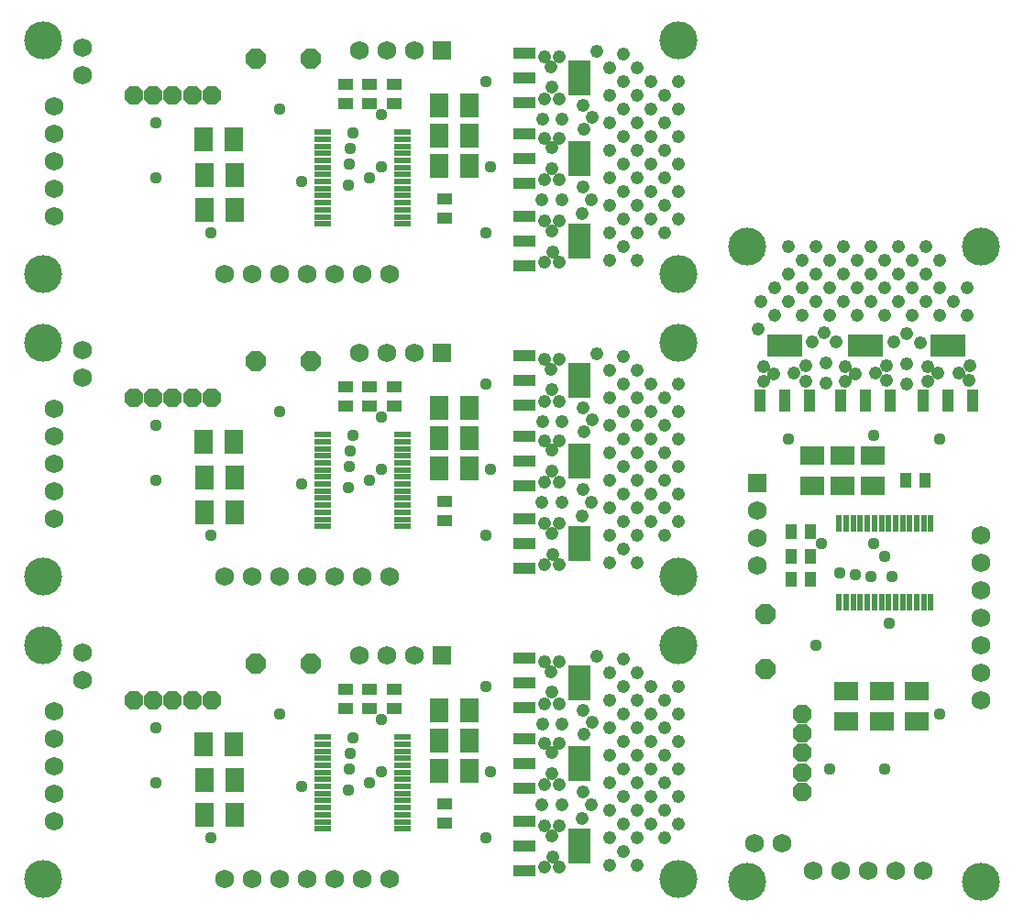
<source format=gts>
G75*
G70*
%OFA0B0*%
%FSLAX24Y24*%
%IPPOS*%
%LPD*%
%AMOC8*
5,1,8,0,0,1.08239X$1,22.5*
%
%ADD10R,0.0789X0.0395*%
%ADD11R,0.0808X0.1261*%
%ADD12R,0.0710X0.0867*%
%ADD13OC8,0.0710*%
%ADD14R,0.0552X0.0395*%
%ADD15C,0.0680*%
%ADD16R,0.0680X0.0680*%
%ADD17C,0.1380*%
%ADD18R,0.0630X0.0217*%
%ADD19OC8,0.0674*%
%ADD20R,0.0395X0.0789*%
%ADD21R,0.1261X0.0808*%
%ADD22R,0.0867X0.0710*%
%ADD23R,0.0395X0.0552*%
%ADD24R,0.0217X0.0630*%
%ADD25C,0.0440*%
%ADD26C,0.0437*%
%ADD27C,0.0476*%
D10*
X018729Y001627D03*
X018733Y002533D03*
X018729Y003438D03*
X018729Y004627D03*
X018733Y005533D03*
X018729Y006438D03*
X018729Y007577D03*
X018733Y008483D03*
X018729Y009388D03*
X018729Y012627D03*
X018733Y013533D03*
X018729Y014438D03*
X018729Y015627D03*
X018733Y016533D03*
X018729Y017438D03*
X018729Y018577D03*
X018733Y019483D03*
X018729Y020388D03*
X018729Y023627D03*
X018733Y024533D03*
X018729Y025438D03*
X018729Y026627D03*
X018733Y027533D03*
X018729Y028438D03*
X018729Y029577D03*
X018733Y030483D03*
X018729Y031388D03*
D11*
X020733Y030483D03*
X020733Y027533D03*
X020733Y024533D03*
X020733Y019483D03*
X020733Y016533D03*
X020733Y013533D03*
X020733Y008483D03*
X020733Y005533D03*
X020733Y002533D03*
D12*
X016734Y005283D03*
X015631Y005283D03*
X015631Y006383D03*
X016734Y006383D03*
X016734Y007483D03*
X015631Y007483D03*
X008165Y006238D03*
X007063Y006238D03*
X007081Y004933D03*
X008184Y004933D03*
X008184Y003683D03*
X007081Y003683D03*
X007081Y014683D03*
X008184Y014683D03*
X008184Y015933D03*
X007081Y015933D03*
X007063Y017238D03*
X008165Y017238D03*
X015631Y017383D03*
X016734Y017383D03*
X016734Y018483D03*
X015631Y018483D03*
X015631Y016283D03*
X016734Y016283D03*
X008184Y025683D03*
X007081Y025683D03*
X007081Y026933D03*
X008184Y026933D03*
X008165Y028238D03*
X007063Y028238D03*
X015631Y028383D03*
X016734Y028383D03*
X016734Y027283D03*
X015631Y027283D03*
X015631Y029483D03*
X016734Y029483D03*
D13*
X010961Y031163D03*
X008961Y031163D03*
X008961Y020163D03*
X010961Y020163D03*
X010961Y009163D03*
X008961Y009163D03*
X027502Y008961D03*
X027502Y010961D03*
D14*
X015833Y014378D03*
X015833Y015087D03*
X013983Y018528D03*
X013983Y019237D03*
X013083Y019237D03*
X013083Y018528D03*
X012233Y018528D03*
X012233Y019237D03*
X015833Y025378D03*
X015833Y026087D03*
X013983Y029528D03*
X013983Y030237D03*
X013083Y030237D03*
X013083Y029528D03*
X012233Y029528D03*
X012233Y030237D03*
X012233Y008237D03*
X012233Y007528D03*
X013083Y007528D03*
X013083Y008237D03*
X013983Y008237D03*
X013983Y007528D03*
X015833Y004087D03*
X015833Y003378D03*
D15*
X013833Y001333D03*
X012833Y001333D03*
X011833Y001333D03*
X010833Y001333D03*
X009833Y001333D03*
X008833Y001333D03*
X007833Y001333D03*
X001633Y003433D03*
X001633Y004433D03*
X001633Y005433D03*
X001633Y006433D03*
X001633Y007433D03*
X002651Y008579D03*
X002651Y009579D03*
X007833Y012333D03*
X008833Y012333D03*
X009833Y012333D03*
X010833Y012333D03*
X011833Y012333D03*
X012833Y012333D03*
X013833Y012333D03*
X013733Y009483D03*
X014733Y009483D03*
X012733Y009483D03*
X001633Y014433D03*
X001633Y015433D03*
X001633Y016433D03*
X001633Y017433D03*
X001633Y018433D03*
X002651Y019579D03*
X002651Y020579D03*
X007833Y023333D03*
X008833Y023333D03*
X009833Y023333D03*
X010833Y023333D03*
X011833Y023333D03*
X012833Y023333D03*
X013833Y023333D03*
X013733Y020483D03*
X014733Y020483D03*
X012733Y020483D03*
X001633Y025433D03*
X001633Y026433D03*
X001633Y027433D03*
X001633Y028433D03*
X001633Y029433D03*
X002651Y030579D03*
X002651Y031579D03*
X012733Y031483D03*
X013733Y031483D03*
X014733Y031483D03*
X027183Y014733D03*
X027183Y013733D03*
X027183Y012733D03*
X035333Y012833D03*
X035333Y013833D03*
X035333Y011833D03*
X035333Y010833D03*
X035333Y009833D03*
X035333Y008833D03*
X035333Y007833D03*
X028087Y002651D03*
X027087Y002651D03*
X029233Y001633D03*
X030233Y001633D03*
X031233Y001633D03*
X032233Y001633D03*
X033233Y001633D03*
D16*
X015733Y009483D03*
X027183Y015733D03*
X015733Y020483D03*
X015733Y031483D03*
D17*
X001232Y001333D03*
X001233Y009833D03*
X001232Y012333D03*
X001233Y020833D03*
X001232Y023333D03*
X001233Y031833D03*
X024333Y031833D03*
X026833Y024333D03*
X024333Y023333D03*
X024333Y020833D03*
X035333Y024333D03*
X024333Y012333D03*
X024333Y009833D03*
X024333Y001333D03*
X026833Y001233D03*
X035333Y001232D03*
D18*
X014272Y003169D03*
X014272Y003425D03*
X014272Y003681D03*
X014272Y003937D03*
X014272Y004193D03*
X014272Y004449D03*
X014272Y004705D03*
X014272Y004961D03*
X014272Y005216D03*
X014272Y005472D03*
X014272Y005728D03*
X014272Y005984D03*
X014272Y006240D03*
X014272Y006496D03*
X011393Y006496D03*
X011393Y006240D03*
X011393Y005984D03*
X011393Y005728D03*
X011393Y005472D03*
X011393Y005216D03*
X011393Y004961D03*
X011393Y004705D03*
X011393Y004449D03*
X011393Y004193D03*
X011393Y003937D03*
X011393Y003681D03*
X011393Y003425D03*
X011393Y003169D03*
X011393Y014169D03*
X011393Y014425D03*
X011393Y014681D03*
X011393Y014937D03*
X011393Y015193D03*
X011393Y015449D03*
X011393Y015705D03*
X011393Y015961D03*
X011393Y016216D03*
X011393Y016472D03*
X011393Y016728D03*
X011393Y016984D03*
X011393Y017240D03*
X011393Y017496D03*
X014272Y017496D03*
X014272Y017240D03*
X014272Y016984D03*
X014272Y016728D03*
X014272Y016472D03*
X014272Y016216D03*
X014272Y015961D03*
X014272Y015705D03*
X014272Y015449D03*
X014272Y015193D03*
X014272Y014937D03*
X014272Y014681D03*
X014272Y014425D03*
X014272Y014169D03*
X014272Y025169D03*
X014272Y025425D03*
X014272Y025681D03*
X014272Y025937D03*
X014272Y026193D03*
X014272Y026449D03*
X014272Y026705D03*
X014272Y026961D03*
X014272Y027216D03*
X014272Y027472D03*
X014272Y027728D03*
X014272Y027984D03*
X014272Y028240D03*
X014272Y028496D03*
X011393Y028496D03*
X011393Y028240D03*
X011393Y027984D03*
X011393Y027728D03*
X011393Y027472D03*
X011393Y027216D03*
X011393Y026961D03*
X011393Y026705D03*
X011393Y026449D03*
X011393Y026193D03*
X011393Y025937D03*
X011393Y025681D03*
X011393Y025425D03*
X011393Y025169D03*
D19*
X007351Y029833D03*
X006642Y029833D03*
X005934Y029833D03*
X005225Y029833D03*
X004516Y029833D03*
X004516Y018833D03*
X005225Y018833D03*
X005934Y018833D03*
X006642Y018833D03*
X007351Y018833D03*
X007351Y007833D03*
X006642Y007833D03*
X005934Y007833D03*
X005225Y007833D03*
X004516Y007833D03*
X028832Y007351D03*
X028832Y006642D03*
X028832Y005934D03*
X028832Y005225D03*
X028832Y004516D03*
D20*
X029088Y018729D03*
X028183Y018733D03*
X027277Y018729D03*
X030227Y018729D03*
X031133Y018733D03*
X032038Y018729D03*
X033227Y018729D03*
X034133Y018733D03*
X035038Y018729D03*
D21*
X034133Y020733D03*
X031133Y020733D03*
X028183Y020733D03*
D22*
X029183Y016734D03*
X030283Y016734D03*
X031383Y016734D03*
X031383Y015631D03*
X030283Y015631D03*
X029183Y015631D03*
X030427Y008165D03*
X030427Y007063D03*
X031733Y007081D03*
X031733Y008184D03*
X032983Y008184D03*
X032983Y007081D03*
D23*
X029137Y012233D03*
X028428Y012233D03*
X028428Y013083D03*
X029137Y013083D03*
X029137Y013983D03*
X028428Y013983D03*
X032578Y015833D03*
X033287Y015833D03*
D24*
X033240Y014272D03*
X032984Y014272D03*
X032728Y014272D03*
X032472Y014272D03*
X032216Y014272D03*
X031961Y014272D03*
X031705Y014272D03*
X031449Y014272D03*
X031193Y014272D03*
X030937Y014272D03*
X030681Y014272D03*
X030425Y014272D03*
X030169Y014272D03*
X033496Y014272D03*
X033496Y011393D03*
X033240Y011393D03*
X032984Y011393D03*
X032728Y011393D03*
X032472Y011393D03*
X032216Y011393D03*
X031961Y011393D03*
X031705Y011393D03*
X031449Y011393D03*
X031193Y011393D03*
X030937Y011393D03*
X030681Y011393D03*
X030425Y011393D03*
X030169Y011393D03*
D25*
X031330Y012342D03*
X032083Y012333D03*
X031833Y013083D03*
X031433Y013533D03*
X029533Y013533D03*
X028333Y017333D03*
X031418Y017481D03*
X033833Y017333D03*
X017481Y016247D03*
X017333Y013833D03*
X013533Y016233D03*
X013083Y015833D03*
X012333Y015583D03*
X012342Y016335D03*
X013533Y018133D03*
X017333Y019333D03*
X017333Y024833D03*
X017481Y027247D03*
X017333Y030333D03*
X013533Y029133D03*
X013533Y027233D03*
X013083Y026833D03*
X012333Y026583D03*
X012342Y027335D03*
X017333Y008333D03*
X013533Y007133D03*
X012342Y005335D03*
X013083Y004833D03*
X013533Y005233D03*
X012333Y004583D03*
X017481Y005247D03*
X017333Y002833D03*
D26*
X012402Y005898D03*
X012488Y006466D03*
X010633Y004694D03*
X007333Y002833D03*
X005333Y004833D03*
X005333Y006833D03*
X009833Y007333D03*
X007333Y013833D03*
X005333Y015833D03*
X005333Y017833D03*
X009833Y018333D03*
X012488Y017466D03*
X012402Y016898D03*
X010633Y015694D03*
X007333Y024833D03*
X005333Y026833D03*
X005333Y028833D03*
X009833Y029333D03*
X012488Y028466D03*
X012402Y027898D03*
X010633Y026694D03*
X030200Y012488D03*
X030768Y012402D03*
X031972Y010633D03*
X029333Y009833D03*
X033833Y007333D03*
X031833Y005333D03*
X029833Y005333D03*
D27*
X024333Y005333D03*
X023833Y005833D03*
X023333Y005333D03*
X022833Y005833D03*
X022333Y005333D03*
X022833Y004833D03*
X023333Y004333D03*
X023833Y004833D03*
X024333Y004333D03*
X023833Y003833D03*
X024333Y003333D03*
X023833Y002833D03*
X023333Y003333D03*
X022833Y003833D03*
X022333Y003333D03*
X022833Y002833D03*
X022333Y002333D03*
X022833Y001833D03*
X021833Y001833D03*
X021833Y002833D03*
X020837Y003538D03*
X021165Y004058D03*
X020865Y004524D03*
X020078Y004043D03*
X019357Y004043D03*
X019471Y004785D03*
X019737Y005185D03*
X020002Y004785D03*
X019718Y005927D03*
X019984Y006288D03*
X019452Y006288D03*
X019376Y006992D03*
X020097Y006992D03*
X020865Y007483D03*
X021193Y007044D03*
X021833Y006833D03*
X022333Y007333D03*
X022833Y007833D03*
X023333Y007333D03*
X023833Y007833D03*
X024333Y007333D03*
X023833Y006833D03*
X024333Y006333D03*
X023333Y006333D03*
X022833Y006833D03*
X022333Y006333D03*
X021833Y005833D03*
X020892Y006606D03*
X020002Y007715D03*
X019737Y008134D03*
X019452Y007715D03*
X019699Y008876D03*
X019452Y009256D03*
X019984Y009237D03*
X021357Y009455D03*
X021833Y008833D03*
X022333Y009333D03*
X022833Y008833D03*
X023333Y008333D03*
X024333Y008333D03*
X022333Y008333D03*
X021833Y007833D03*
X021833Y004833D03*
X022333Y004333D03*
X021833Y003833D03*
X019984Y003282D03*
X019737Y002901D03*
X019452Y003282D03*
X019756Y002140D03*
X020002Y001760D03*
X019471Y001779D03*
X020002Y012760D03*
X019756Y013140D03*
X019471Y012779D03*
X019737Y013901D03*
X019984Y014282D03*
X019452Y014282D03*
X019357Y015043D03*
X020078Y015043D03*
X020865Y015524D03*
X021165Y015058D03*
X021833Y014833D03*
X022333Y015333D03*
X022833Y015833D03*
X023333Y015333D03*
X023833Y015833D03*
X024333Y015333D03*
X023833Y014833D03*
X024333Y014333D03*
X023833Y013833D03*
X023333Y014333D03*
X022833Y014833D03*
X022333Y014333D03*
X022833Y013833D03*
X022333Y013333D03*
X022833Y012833D03*
X021833Y012833D03*
X021833Y013833D03*
X020837Y014538D03*
X020002Y015785D03*
X019737Y016185D03*
X019471Y015785D03*
X019718Y016927D03*
X019984Y017288D03*
X019452Y017288D03*
X019376Y017992D03*
X020097Y017992D03*
X020892Y017606D03*
X021193Y018044D03*
X020865Y018483D03*
X020002Y018715D03*
X019737Y019134D03*
X019452Y018715D03*
X019699Y019876D03*
X019452Y020256D03*
X019984Y020237D03*
X021357Y020455D03*
X021833Y019833D03*
X022333Y020333D03*
X022833Y019833D03*
X023333Y019333D03*
X023833Y018833D03*
X024333Y018333D03*
X023833Y017833D03*
X024333Y017333D03*
X023833Y016833D03*
X024333Y016333D03*
X023333Y016333D03*
X022833Y016833D03*
X022333Y016333D03*
X021833Y016833D03*
X022333Y017333D03*
X022833Y017833D03*
X023333Y017333D03*
X023333Y018333D03*
X022833Y018833D03*
X022333Y018333D03*
X021833Y018833D03*
X022333Y019333D03*
X024333Y019333D03*
X021833Y017833D03*
X021833Y015833D03*
X027409Y019452D03*
X027789Y019699D03*
X027428Y019984D03*
X028531Y019737D03*
X028950Y020002D03*
X028950Y019452D03*
X029673Y019376D03*
X030377Y019452D03*
X030739Y019718D03*
X030377Y019984D03*
X029673Y020097D03*
X030059Y020892D03*
X029621Y021193D03*
X029183Y020865D03*
X028833Y021833D03*
X029333Y022333D03*
X029833Y021833D03*
X030333Y022333D03*
X030833Y021833D03*
X031333Y022333D03*
X031833Y021833D03*
X032333Y022333D03*
X032833Y021833D03*
X033333Y022333D03*
X033833Y021833D03*
X034333Y022333D03*
X034833Y021833D03*
X034833Y022833D03*
X033833Y022833D03*
X033333Y023333D03*
X032833Y022833D03*
X032333Y023333D03*
X032833Y023833D03*
X033333Y024333D03*
X033833Y023833D03*
X032333Y024333D03*
X031833Y023833D03*
X031333Y024333D03*
X030833Y023833D03*
X030333Y024333D03*
X029833Y023833D03*
X029333Y024333D03*
X028833Y023833D03*
X028333Y024333D03*
X028333Y023333D03*
X028833Y022833D03*
X029333Y023333D03*
X029833Y022833D03*
X030333Y023333D03*
X030833Y022833D03*
X031333Y023333D03*
X031833Y022833D03*
X032607Y021165D03*
X032141Y020865D03*
X033127Y020837D03*
X033383Y019984D03*
X033764Y019737D03*
X033383Y019452D03*
X032622Y019357D03*
X031880Y019471D03*
X031481Y019737D03*
X031880Y020002D03*
X032622Y020078D03*
X034525Y019756D03*
X034906Y020002D03*
X034887Y019471D03*
X028333Y022333D03*
X027833Y021833D03*
X027333Y022333D03*
X027833Y022833D03*
X027210Y021357D03*
X022833Y023833D03*
X022333Y024333D03*
X022833Y024833D03*
X023333Y025333D03*
X023833Y024833D03*
X024333Y025333D03*
X023833Y025833D03*
X024333Y026333D03*
X023833Y026833D03*
X024333Y027333D03*
X023833Y027833D03*
X024333Y028333D03*
X023833Y028833D03*
X024333Y029333D03*
X023833Y029833D03*
X024333Y030333D03*
X023333Y030333D03*
X022833Y029833D03*
X022333Y030333D03*
X022833Y030833D03*
X022333Y031333D03*
X021833Y030833D03*
X021357Y031455D03*
X019984Y031237D03*
X019699Y030876D03*
X019452Y031256D03*
X019737Y030134D03*
X020002Y029715D03*
X019452Y029715D03*
X019376Y028992D03*
X019452Y028288D03*
X019718Y027927D03*
X019984Y028288D03*
X020097Y028992D03*
X020892Y028606D03*
X021193Y029044D03*
X021833Y028833D03*
X022333Y029333D03*
X022833Y028833D03*
X023333Y029333D03*
X023333Y028333D03*
X022833Y027833D03*
X022333Y028333D03*
X021833Y027833D03*
X022333Y027333D03*
X022833Y026833D03*
X023333Y027333D03*
X023333Y026333D03*
X022833Y025833D03*
X022333Y026333D03*
X021833Y026833D03*
X020865Y026524D03*
X021165Y026058D03*
X020837Y025538D03*
X020078Y026043D03*
X019357Y026043D03*
X019452Y025282D03*
X019737Y024901D03*
X019984Y025282D03*
X019756Y024140D03*
X020002Y023760D03*
X019471Y023779D03*
X021833Y023833D03*
X021833Y024833D03*
X022333Y025333D03*
X021833Y025833D03*
X020002Y026785D03*
X019737Y027185D03*
X019471Y026785D03*
X020865Y029483D03*
X021833Y029833D03*
M02*

</source>
